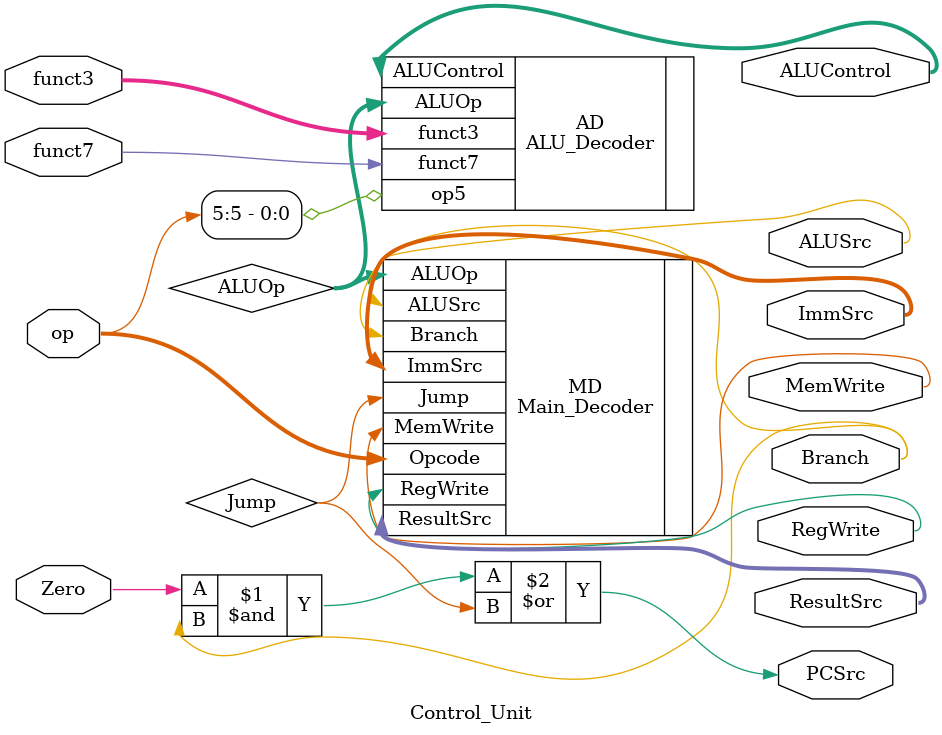
<source format=v>
`timescale 1ns / 1ps

module Control_Unit(
    input Zero, funct7,
    input [2:0] funct3,
    input [6:0] op,
    output PCSrc, MemWrite, ALUSrc, RegWrite, Branch,
    output [1:0] ResultSrc,
    output [2:0] ALUControl, ImmSrc
    );

wire Jump;
wire [1:0] ALUOp;

Main_Decoder MD(
    .Opcode(op),
    .Jump(Jump),
    .Branch(Branch),
    .ResultSrc(ResultSrc),
    .ImmSrc(ImmSrc),
    .MemWrite(MemWrite),
    .ALUSrc(ALUSrc),
    .RegWrite(RegWrite),
    .ALUOp(ALUOp)
);

assign PCSrc = (Zero & Branch) | Jump;

ALU_Decoder AD(
    .funct7(funct7),
    .op5(op[5]),
    .funct3(funct3),
    .ALUOp(ALUOp),
    .ALUControl(ALUControl)
    );

endmodule

</source>
